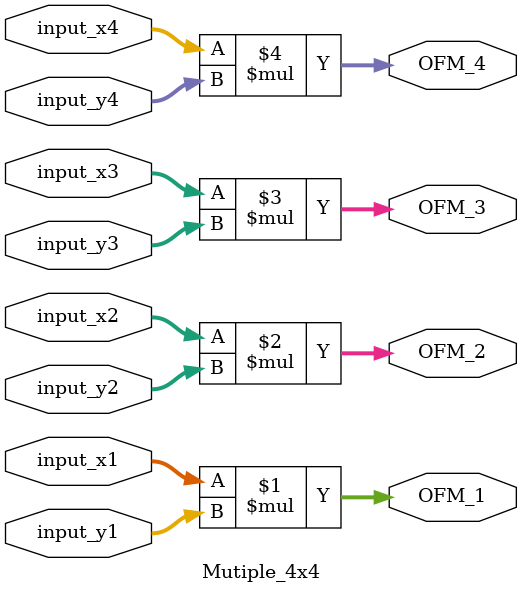
<source format=sv>
module Mutiple_4x4(
    // 3 cặp IFM và Weight
    input  wire [7:0]  input_x1, input_x2, input_x3, input_x4,
    input  wire [7:0]  input_y1, input_y2, input_y3, input_y4,
    // Output
    output wire [7:0]  OFM_1, OFM_2, OFM_3, OFM_4
);
    assign OFM_1 = input_x1 * input_y1;
    assign OFM_2 = input_x2 * input_y2;
    assign OFM_3 = input_x3 * input_y3;
    assign OFM_4 = input_x4 * input_y4;
endmodule
</source>
